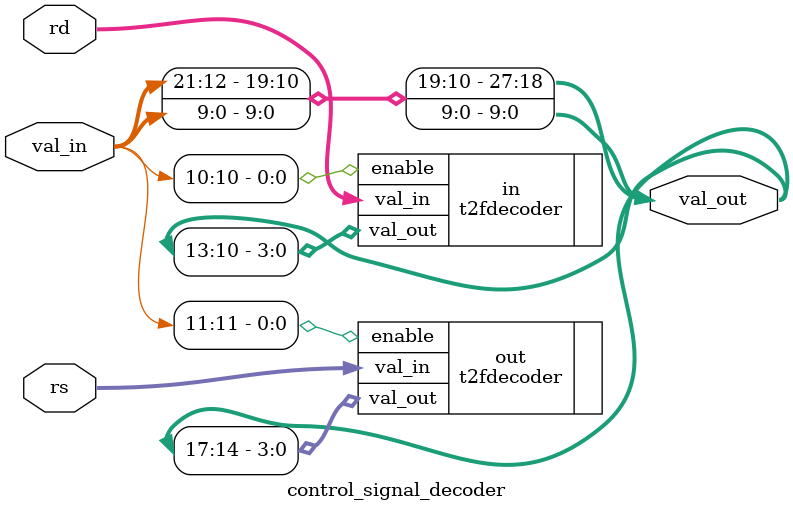
<source format=v>
module control_signal_decoder #(parameter sz = 22, parameter SZ = 28)(
  input [sz-1:0] val_in,
  input [1:0] rs,
  input [1:0] rd,
  output [SZ-1:0] val_out
);
  parameter A_in = 10, B_in = 11, C_in = 12, D_in = 13, 
    A_out = 14, B_out = 15, C_out = 16, D_out = 17, r_in = 10, r_out = 11;

  assign val_out[SZ-1:D_out+1] = val_in[sz-1:r_out+1];
  assign val_out[A_in-1:0] = val_in[A_in-1:0];

  t2fdecoder in(.enable(val_in[r_in]), .val_in(rd), .val_out(val_out[D_in:A_in]));
  t2fdecoder out(.enable(val_in[r_out]), .val_in(rs), .val_out(val_out[D_out:A_out]));
endmodule
</source>
